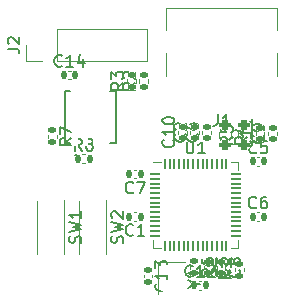
<source format=gbr>
%TF.GenerationSoftware,KiCad,Pcbnew,7.99.0-957-g18dd623122*%
%TF.CreationDate,2023-07-10T16:21:33-04:00*%
%TF.ProjectId,rp2040_base,72703230-3430-45f6-9261-73652e6b6963,rev?*%
%TF.SameCoordinates,Original*%
%TF.FileFunction,Legend,Top*%
%TF.FilePolarity,Positive*%
%FSLAX46Y46*%
G04 Gerber Fmt 4.6, Leading zero omitted, Abs format (unit mm)*
G04 Created by KiCad (PCBNEW 7.99.0-957-g18dd623122) date 2023-07-10 16:21:33*
%MOMM*%
%LPD*%
G01*
G04 APERTURE LIST*
G04 Aperture macros list*
%AMRoundRect*
0 Rectangle with rounded corners*
0 $1 Rounding radius*
0 $2 $3 $4 $5 $6 $7 $8 $9 X,Y pos of 4 corners*
0 Add a 4 corners polygon primitive as box body*
4,1,4,$2,$3,$4,$5,$6,$7,$8,$9,$2,$3,0*
0 Add four circle primitives for the rounded corners*
1,1,$1+$1,$2,$3*
1,1,$1+$1,$4,$5*
1,1,$1+$1,$6,$7*
1,1,$1+$1,$8,$9*
0 Add four rect primitives between the rounded corners*
20,1,$1+$1,$2,$3,$4,$5,0*
20,1,$1+$1,$4,$5,$6,$7,0*
20,1,$1+$1,$6,$7,$8,$9,0*
20,1,$1+$1,$8,$9,$2,$3,0*%
G04 Aperture macros list end*
%ADD10C,0.150000*%
%ADD11C,0.120000*%
%ADD12C,0.152400*%
%ADD13RoundRect,0.140000X0.170000X-0.140000X0.170000X0.140000X-0.170000X0.140000X-0.170000X-0.140000X0*%
%ADD14R,1.700000X1.700000*%
%ADD15O,1.700000X1.700000*%
%ADD16RoundRect,0.200000X0.275000X-0.200000X0.275000X0.200000X-0.275000X0.200000X-0.275000X-0.200000X0*%
%ADD17RoundRect,0.140000X-0.170000X0.140000X-0.170000X-0.140000X0.170000X-0.140000X0.170000X0.140000X0*%
%ADD18C,0.650000*%
%ADD19R,0.600000X1.450000*%
%ADD20R,0.300000X1.450000*%
%ADD21O,1.000000X2.100000*%
%ADD22O,1.000000X1.600000*%
%ADD23RoundRect,0.135000X0.185000X-0.135000X0.185000X0.135000X-0.185000X0.135000X-0.185000X-0.135000X0*%
%ADD24RoundRect,0.135000X-0.185000X0.135000X-0.185000X-0.135000X0.185000X-0.135000X0.185000X0.135000X0*%
%ADD25RoundRect,0.140000X-0.140000X-0.170000X0.140000X-0.170000X0.140000X0.170000X-0.140000X0.170000X0*%
%ADD26RoundRect,0.140000X0.140000X0.170000X-0.140000X0.170000X-0.140000X-0.170000X0.140000X-0.170000X0*%
%ADD27C,2.000000*%
%ADD28R,0.304800X0.863600*%
%ADD29R,3.098800X2.387600*%
%ADD30RoundRect,0.050000X-0.387500X-0.050000X0.387500X-0.050000X0.387500X0.050000X-0.387500X0.050000X0*%
%ADD31RoundRect,0.050000X-0.050000X-0.387500X0.050000X-0.387500X0.050000X0.387500X-0.050000X0.387500X0*%
%ADD32R,3.200000X3.200000*%
%ADD33RoundRect,0.135000X-0.135000X-0.185000X0.135000X-0.185000X0.135000X0.185000X-0.135000X0.185000X0*%
%ADD34R,0.800000X0.900000*%
%ADD35RoundRect,0.200000X-0.275000X0.200000X-0.275000X-0.200000X0.275000X-0.200000X0.275000X0.200000X0*%
G04 APERTURE END LIST*
D10*
%TO.C,C9*%
X147289380Y-88699666D02*
X147337000Y-88747285D01*
X147337000Y-88747285D02*
X147384619Y-88890142D01*
X147384619Y-88890142D02*
X147384619Y-88985380D01*
X147384619Y-88985380D02*
X147337000Y-89128237D01*
X147337000Y-89128237D02*
X147241761Y-89223475D01*
X147241761Y-89223475D02*
X147146523Y-89271094D01*
X147146523Y-89271094D02*
X146956047Y-89318713D01*
X146956047Y-89318713D02*
X146813190Y-89318713D01*
X146813190Y-89318713D02*
X146622714Y-89271094D01*
X146622714Y-89271094D02*
X146527476Y-89223475D01*
X146527476Y-89223475D02*
X146432238Y-89128237D01*
X146432238Y-89128237D02*
X146384619Y-88985380D01*
X146384619Y-88985380D02*
X146384619Y-88890142D01*
X146384619Y-88890142D02*
X146432238Y-88747285D01*
X146432238Y-88747285D02*
X146479857Y-88699666D01*
X147384619Y-88223475D02*
X147384619Y-88032999D01*
X147384619Y-88032999D02*
X147337000Y-87937761D01*
X147337000Y-87937761D02*
X147289380Y-87890142D01*
X147289380Y-87890142D02*
X147146523Y-87794904D01*
X147146523Y-87794904D02*
X146956047Y-87747285D01*
X146956047Y-87747285D02*
X146575095Y-87747285D01*
X146575095Y-87747285D02*
X146479857Y-87794904D01*
X146479857Y-87794904D02*
X146432238Y-87842523D01*
X146432238Y-87842523D02*
X146384619Y-87937761D01*
X146384619Y-87937761D02*
X146384619Y-88128237D01*
X146384619Y-88128237D02*
X146432238Y-88223475D01*
X146432238Y-88223475D02*
X146479857Y-88271094D01*
X146479857Y-88271094D02*
X146575095Y-88318713D01*
X146575095Y-88318713D02*
X146813190Y-88318713D01*
X146813190Y-88318713D02*
X146908428Y-88271094D01*
X146908428Y-88271094D02*
X146956047Y-88223475D01*
X146956047Y-88223475D02*
X147003666Y-88128237D01*
X147003666Y-88128237D02*
X147003666Y-87937761D01*
X147003666Y-87937761D02*
X146956047Y-87842523D01*
X146956047Y-87842523D02*
X146908428Y-87794904D01*
X146908428Y-87794904D02*
X146813190Y-87747285D01*
%TO.C,J2*%
X125656620Y-81359333D02*
X126370905Y-81359333D01*
X126370905Y-81359333D02*
X126513762Y-81406952D01*
X126513762Y-81406952D02*
X126609001Y-81502190D01*
X126609001Y-81502190D02*
X126656620Y-81645047D01*
X126656620Y-81645047D02*
X126656620Y-81740285D01*
X125751858Y-80930761D02*
X125704239Y-80883142D01*
X125704239Y-80883142D02*
X125656620Y-80787904D01*
X125656620Y-80787904D02*
X125656620Y-80549809D01*
X125656620Y-80549809D02*
X125704239Y-80454571D01*
X125704239Y-80454571D02*
X125751858Y-80406952D01*
X125751858Y-80406952D02*
X125847096Y-80359333D01*
X125847096Y-80359333D02*
X125942334Y-80359333D01*
X125942334Y-80359333D02*
X126085191Y-80406952D01*
X126085191Y-80406952D02*
X126656620Y-80978380D01*
X126656620Y-80978380D02*
X126656620Y-80359333D01*
%TO.C,R5*%
X144701619Y-88812665D02*
X144225428Y-89145998D01*
X144701619Y-89384093D02*
X143701619Y-89384093D01*
X143701619Y-89384093D02*
X143701619Y-89003141D01*
X143701619Y-89003141D02*
X143749238Y-88907903D01*
X143749238Y-88907903D02*
X143796857Y-88860284D01*
X143796857Y-88860284D02*
X143892095Y-88812665D01*
X143892095Y-88812665D02*
X144034952Y-88812665D01*
X144034952Y-88812665D02*
X144130190Y-88860284D01*
X144130190Y-88860284D02*
X144177809Y-88907903D01*
X144177809Y-88907903D02*
X144225428Y-89003141D01*
X144225428Y-89003141D02*
X144225428Y-89384093D01*
X143701619Y-87907903D02*
X143701619Y-88384093D01*
X143701619Y-88384093D02*
X144177809Y-88431712D01*
X144177809Y-88431712D02*
X144130190Y-88384093D01*
X144130190Y-88384093D02*
X144082571Y-88288855D01*
X144082571Y-88288855D02*
X144082571Y-88050760D01*
X144082571Y-88050760D02*
X144130190Y-87955522D01*
X144130190Y-87955522D02*
X144177809Y-87907903D01*
X144177809Y-87907903D02*
X144273047Y-87860284D01*
X144273047Y-87860284D02*
X144511142Y-87860284D01*
X144511142Y-87860284D02*
X144606380Y-87907903D01*
X144606380Y-87907903D02*
X144654000Y-87955522D01*
X144654000Y-87955522D02*
X144701619Y-88050760D01*
X144701619Y-88050760D02*
X144701619Y-88288855D01*
X144701619Y-88288855D02*
X144654000Y-88384093D01*
X144654000Y-88384093D02*
X144606380Y-88431712D01*
%TO.C,C13*%
X139054226Y-101237590D02*
X139101846Y-101285209D01*
X139101846Y-101285209D02*
X139149465Y-101428066D01*
X139149465Y-101428066D02*
X139149465Y-101523304D01*
X139149465Y-101523304D02*
X139101846Y-101666161D01*
X139101846Y-101666161D02*
X139006607Y-101761399D01*
X139006607Y-101761399D02*
X138911369Y-101809018D01*
X138911369Y-101809018D02*
X138720893Y-101856637D01*
X138720893Y-101856637D02*
X138578036Y-101856637D01*
X138578036Y-101856637D02*
X138387560Y-101809018D01*
X138387560Y-101809018D02*
X138292322Y-101761399D01*
X138292322Y-101761399D02*
X138197084Y-101666161D01*
X138197084Y-101666161D02*
X138149465Y-101523304D01*
X138149465Y-101523304D02*
X138149465Y-101428066D01*
X138149465Y-101428066D02*
X138197084Y-101285209D01*
X138197084Y-101285209D02*
X138244703Y-101237590D01*
X139149465Y-100285209D02*
X139149465Y-100856637D01*
X139149465Y-100570923D02*
X138149465Y-100570923D01*
X138149465Y-100570923D02*
X138292322Y-100666161D01*
X138292322Y-100666161D02*
X138387560Y-100761399D01*
X138387560Y-100761399D02*
X138435179Y-100856637D01*
X138149465Y-99951875D02*
X138149465Y-99332828D01*
X138149465Y-99332828D02*
X138530417Y-99666161D01*
X138530417Y-99666161D02*
X138530417Y-99523304D01*
X138530417Y-99523304D02*
X138578036Y-99428066D01*
X138578036Y-99428066D02*
X138625655Y-99380447D01*
X138625655Y-99380447D02*
X138720893Y-99332828D01*
X138720893Y-99332828D02*
X138958988Y-99332828D01*
X138958988Y-99332828D02*
X139054226Y-99380447D01*
X139054226Y-99380447D02*
X139101846Y-99428066D01*
X139101846Y-99428066D02*
X139149465Y-99523304D01*
X139149465Y-99523304D02*
X139149465Y-99809018D01*
X139149465Y-99809018D02*
X139101846Y-99904256D01*
X139101846Y-99904256D02*
X139054226Y-99951875D01*
%TO.C,C4*%
X141701380Y-88586666D02*
X141749000Y-88634285D01*
X141749000Y-88634285D02*
X141796619Y-88777142D01*
X141796619Y-88777142D02*
X141796619Y-88872380D01*
X141796619Y-88872380D02*
X141749000Y-89015237D01*
X141749000Y-89015237D02*
X141653761Y-89110475D01*
X141653761Y-89110475D02*
X141558523Y-89158094D01*
X141558523Y-89158094D02*
X141368047Y-89205713D01*
X141368047Y-89205713D02*
X141225190Y-89205713D01*
X141225190Y-89205713D02*
X141034714Y-89158094D01*
X141034714Y-89158094D02*
X140939476Y-89110475D01*
X140939476Y-89110475D02*
X140844238Y-89015237D01*
X140844238Y-89015237D02*
X140796619Y-88872380D01*
X140796619Y-88872380D02*
X140796619Y-88777142D01*
X140796619Y-88777142D02*
X140844238Y-88634285D01*
X140844238Y-88634285D02*
X140891857Y-88586666D01*
X141129952Y-87729523D02*
X141796619Y-87729523D01*
X140749000Y-87967618D02*
X141463285Y-88205713D01*
X141463285Y-88205713D02*
X141463285Y-87586666D01*
%TO.C,J1*%
X143430666Y-86895619D02*
X143430666Y-87609904D01*
X143430666Y-87609904D02*
X143383047Y-87752761D01*
X143383047Y-87752761D02*
X143287809Y-87848000D01*
X143287809Y-87848000D02*
X143144952Y-87895619D01*
X143144952Y-87895619D02*
X143049714Y-87895619D01*
X144430666Y-87895619D02*
X143859238Y-87895619D01*
X144144952Y-87895619D02*
X144144952Y-86895619D01*
X144144952Y-86895619D02*
X144049714Y-87038476D01*
X144049714Y-87038476D02*
X143954476Y-87133714D01*
X143954476Y-87133714D02*
X143859238Y-87181333D01*
%TO.C,C10*%
X139669380Y-89062857D02*
X139717000Y-89110476D01*
X139717000Y-89110476D02*
X139764619Y-89253333D01*
X139764619Y-89253333D02*
X139764619Y-89348571D01*
X139764619Y-89348571D02*
X139717000Y-89491428D01*
X139717000Y-89491428D02*
X139621761Y-89586666D01*
X139621761Y-89586666D02*
X139526523Y-89634285D01*
X139526523Y-89634285D02*
X139336047Y-89681904D01*
X139336047Y-89681904D02*
X139193190Y-89681904D01*
X139193190Y-89681904D02*
X139002714Y-89634285D01*
X139002714Y-89634285D02*
X138907476Y-89586666D01*
X138907476Y-89586666D02*
X138812238Y-89491428D01*
X138812238Y-89491428D02*
X138764619Y-89348571D01*
X138764619Y-89348571D02*
X138764619Y-89253333D01*
X138764619Y-89253333D02*
X138812238Y-89110476D01*
X138812238Y-89110476D02*
X138859857Y-89062857D01*
X139764619Y-88110476D02*
X139764619Y-88681904D01*
X139764619Y-88396190D02*
X138764619Y-88396190D01*
X138764619Y-88396190D02*
X138907476Y-88491428D01*
X138907476Y-88491428D02*
X139002714Y-88586666D01*
X139002714Y-88586666D02*
X139050333Y-88681904D01*
X138764619Y-87491428D02*
X138764619Y-87396190D01*
X138764619Y-87396190D02*
X138812238Y-87300952D01*
X138812238Y-87300952D02*
X138859857Y-87253333D01*
X138859857Y-87253333D02*
X138955095Y-87205714D01*
X138955095Y-87205714D02*
X139145571Y-87158095D01*
X139145571Y-87158095D02*
X139383666Y-87158095D01*
X139383666Y-87158095D02*
X139574142Y-87205714D01*
X139574142Y-87205714D02*
X139669380Y-87253333D01*
X139669380Y-87253333D02*
X139717000Y-87300952D01*
X139717000Y-87300952D02*
X139764619Y-87396190D01*
X139764619Y-87396190D02*
X139764619Y-87491428D01*
X139764619Y-87491428D02*
X139717000Y-87586666D01*
X139717000Y-87586666D02*
X139669380Y-87634285D01*
X139669380Y-87634285D02*
X139574142Y-87681904D01*
X139574142Y-87681904D02*
X139383666Y-87729523D01*
X139383666Y-87729523D02*
X139145571Y-87729523D01*
X139145571Y-87729523D02*
X138955095Y-87681904D01*
X138955095Y-87681904D02*
X138859857Y-87634285D01*
X138859857Y-87634285D02*
X138812238Y-87586666D01*
X138812238Y-87586666D02*
X138764619Y-87491428D01*
%TO.C,C11*%
X146211749Y-89175857D02*
X146259369Y-89223476D01*
X146259369Y-89223476D02*
X146306988Y-89366333D01*
X146306988Y-89366333D02*
X146306988Y-89461571D01*
X146306988Y-89461571D02*
X146259369Y-89604428D01*
X146259369Y-89604428D02*
X146164130Y-89699666D01*
X146164130Y-89699666D02*
X146068892Y-89747285D01*
X146068892Y-89747285D02*
X145878416Y-89794904D01*
X145878416Y-89794904D02*
X145735559Y-89794904D01*
X145735559Y-89794904D02*
X145545083Y-89747285D01*
X145545083Y-89747285D02*
X145449845Y-89699666D01*
X145449845Y-89699666D02*
X145354607Y-89604428D01*
X145354607Y-89604428D02*
X145306988Y-89461571D01*
X145306988Y-89461571D02*
X145306988Y-89366333D01*
X145306988Y-89366333D02*
X145354607Y-89223476D01*
X145354607Y-89223476D02*
X145402226Y-89175857D01*
X146306988Y-88223476D02*
X146306988Y-88794904D01*
X146306988Y-88509190D02*
X145306988Y-88509190D01*
X145306988Y-88509190D02*
X145449845Y-88604428D01*
X145449845Y-88604428D02*
X145545083Y-88699666D01*
X145545083Y-88699666D02*
X145592702Y-88794904D01*
X146306988Y-87271095D02*
X146306988Y-87842523D01*
X146306988Y-87556809D02*
X145306988Y-87556809D01*
X145306988Y-87556809D02*
X145449845Y-87652047D01*
X145449845Y-87652047D02*
X145545083Y-87747285D01*
X145545083Y-87747285D02*
X145592702Y-87842523D01*
%TO.C,R2*%
X136452619Y-84240666D02*
X135976428Y-84573999D01*
X136452619Y-84812094D02*
X135452619Y-84812094D01*
X135452619Y-84812094D02*
X135452619Y-84431142D01*
X135452619Y-84431142D02*
X135500238Y-84335904D01*
X135500238Y-84335904D02*
X135547857Y-84288285D01*
X135547857Y-84288285D02*
X135643095Y-84240666D01*
X135643095Y-84240666D02*
X135785952Y-84240666D01*
X135785952Y-84240666D02*
X135881190Y-84288285D01*
X135881190Y-84288285D02*
X135928809Y-84335904D01*
X135928809Y-84335904D02*
X135976428Y-84431142D01*
X135976428Y-84431142D02*
X135976428Y-84812094D01*
X135547857Y-83859713D02*
X135500238Y-83812094D01*
X135500238Y-83812094D02*
X135452619Y-83716856D01*
X135452619Y-83716856D02*
X135452619Y-83478761D01*
X135452619Y-83478761D02*
X135500238Y-83383523D01*
X135500238Y-83383523D02*
X135547857Y-83335904D01*
X135547857Y-83335904D02*
X135643095Y-83288285D01*
X135643095Y-83288285D02*
X135738333Y-83288285D01*
X135738333Y-83288285D02*
X135881190Y-83335904D01*
X135881190Y-83335904D02*
X136452619Y-83907332D01*
X136452619Y-83907332D02*
X136452619Y-83288285D01*
%TO.C,R6*%
X143081173Y-100021666D02*
X142604982Y-100354999D01*
X143081173Y-100593094D02*
X142081173Y-100593094D01*
X142081173Y-100593094D02*
X142081173Y-100212142D01*
X142081173Y-100212142D02*
X142128792Y-100116904D01*
X142128792Y-100116904D02*
X142176411Y-100069285D01*
X142176411Y-100069285D02*
X142271649Y-100021666D01*
X142271649Y-100021666D02*
X142414506Y-100021666D01*
X142414506Y-100021666D02*
X142509744Y-100069285D01*
X142509744Y-100069285D02*
X142557363Y-100116904D01*
X142557363Y-100116904D02*
X142604982Y-100212142D01*
X142604982Y-100212142D02*
X142604982Y-100593094D01*
X142081173Y-99164523D02*
X142081173Y-99354999D01*
X142081173Y-99354999D02*
X142128792Y-99450237D01*
X142128792Y-99450237D02*
X142176411Y-99497856D01*
X142176411Y-99497856D02*
X142319268Y-99593094D01*
X142319268Y-99593094D02*
X142509744Y-99640713D01*
X142509744Y-99640713D02*
X142890696Y-99640713D01*
X142890696Y-99640713D02*
X142985934Y-99593094D01*
X142985934Y-99593094D02*
X143033554Y-99545475D01*
X143033554Y-99545475D02*
X143081173Y-99450237D01*
X143081173Y-99450237D02*
X143081173Y-99259761D01*
X143081173Y-99259761D02*
X143033554Y-99164523D01*
X143033554Y-99164523D02*
X142985934Y-99116904D01*
X142985934Y-99116904D02*
X142890696Y-99069285D01*
X142890696Y-99069285D02*
X142652601Y-99069285D01*
X142652601Y-99069285D02*
X142557363Y-99116904D01*
X142557363Y-99116904D02*
X142509744Y-99164523D01*
X142509744Y-99164523D02*
X142462125Y-99259761D01*
X142462125Y-99259761D02*
X142462125Y-99450237D01*
X142462125Y-99450237D02*
X142509744Y-99545475D01*
X142509744Y-99545475D02*
X142557363Y-99593094D01*
X142557363Y-99593094D02*
X142652601Y-99640713D01*
%TO.C,C12*%
X141311642Y-100586380D02*
X141264023Y-100634000D01*
X141264023Y-100634000D02*
X141121166Y-100681619D01*
X141121166Y-100681619D02*
X141025928Y-100681619D01*
X141025928Y-100681619D02*
X140883071Y-100634000D01*
X140883071Y-100634000D02*
X140787833Y-100538761D01*
X140787833Y-100538761D02*
X140740214Y-100443523D01*
X140740214Y-100443523D02*
X140692595Y-100253047D01*
X140692595Y-100253047D02*
X140692595Y-100110190D01*
X140692595Y-100110190D02*
X140740214Y-99919714D01*
X140740214Y-99919714D02*
X140787833Y-99824476D01*
X140787833Y-99824476D02*
X140883071Y-99729238D01*
X140883071Y-99729238D02*
X141025928Y-99681619D01*
X141025928Y-99681619D02*
X141121166Y-99681619D01*
X141121166Y-99681619D02*
X141264023Y-99729238D01*
X141264023Y-99729238D02*
X141311642Y-99776857D01*
X142264023Y-100681619D02*
X141692595Y-100681619D01*
X141978309Y-100681619D02*
X141978309Y-99681619D01*
X141978309Y-99681619D02*
X141883071Y-99824476D01*
X141883071Y-99824476D02*
X141787833Y-99919714D01*
X141787833Y-99919714D02*
X141692595Y-99967333D01*
X142644976Y-99776857D02*
X142692595Y-99729238D01*
X142692595Y-99729238D02*
X142787833Y-99681619D01*
X142787833Y-99681619D02*
X143025928Y-99681619D01*
X143025928Y-99681619D02*
X143121166Y-99729238D01*
X143121166Y-99729238D02*
X143168785Y-99776857D01*
X143168785Y-99776857D02*
X143216404Y-99872095D01*
X143216404Y-99872095D02*
X143216404Y-99967333D01*
X143216404Y-99967333D02*
X143168785Y-100110190D01*
X143168785Y-100110190D02*
X142597357Y-100681619D01*
X142597357Y-100681619D02*
X143216404Y-100681619D01*
%TO.C,C7*%
X136282549Y-93501066D02*
X136234930Y-93548686D01*
X136234930Y-93548686D02*
X136092073Y-93596305D01*
X136092073Y-93596305D02*
X135996835Y-93596305D01*
X135996835Y-93596305D02*
X135853978Y-93548686D01*
X135853978Y-93548686D02*
X135758740Y-93453447D01*
X135758740Y-93453447D02*
X135711121Y-93358209D01*
X135711121Y-93358209D02*
X135663502Y-93167733D01*
X135663502Y-93167733D02*
X135663502Y-93024876D01*
X135663502Y-93024876D02*
X135711121Y-92834400D01*
X135711121Y-92834400D02*
X135758740Y-92739162D01*
X135758740Y-92739162D02*
X135853978Y-92643924D01*
X135853978Y-92643924D02*
X135996835Y-92596305D01*
X135996835Y-92596305D02*
X136092073Y-92596305D01*
X136092073Y-92596305D02*
X136234930Y-92643924D01*
X136234930Y-92643924D02*
X136282549Y-92691543D01*
X136615883Y-92596305D02*
X137282549Y-92596305D01*
X137282549Y-92596305D02*
X136853978Y-93596305D01*
%TO.C,C3*%
X144182249Y-100042979D02*
X144229869Y-100090598D01*
X144229869Y-100090598D02*
X144277488Y-100233455D01*
X144277488Y-100233455D02*
X144277488Y-100328693D01*
X144277488Y-100328693D02*
X144229869Y-100471550D01*
X144229869Y-100471550D02*
X144134630Y-100566788D01*
X144134630Y-100566788D02*
X144039392Y-100614407D01*
X144039392Y-100614407D02*
X143848916Y-100662026D01*
X143848916Y-100662026D02*
X143706059Y-100662026D01*
X143706059Y-100662026D02*
X143515583Y-100614407D01*
X143515583Y-100614407D02*
X143420345Y-100566788D01*
X143420345Y-100566788D02*
X143325107Y-100471550D01*
X143325107Y-100471550D02*
X143277488Y-100328693D01*
X143277488Y-100328693D02*
X143277488Y-100233455D01*
X143277488Y-100233455D02*
X143325107Y-100090598D01*
X143325107Y-100090598D02*
X143372726Y-100042979D01*
X143277488Y-99709645D02*
X143277488Y-99090598D01*
X143277488Y-99090598D02*
X143658440Y-99423931D01*
X143658440Y-99423931D02*
X143658440Y-99281074D01*
X143658440Y-99281074D02*
X143706059Y-99185836D01*
X143706059Y-99185836D02*
X143753678Y-99138217D01*
X143753678Y-99138217D02*
X143848916Y-99090598D01*
X143848916Y-99090598D02*
X144087011Y-99090598D01*
X144087011Y-99090598D02*
X144182249Y-99138217D01*
X144182249Y-99138217D02*
X144229869Y-99185836D01*
X144229869Y-99185836D02*
X144277488Y-99281074D01*
X144277488Y-99281074D02*
X144277488Y-99566788D01*
X144277488Y-99566788D02*
X144229869Y-99662026D01*
X144229869Y-99662026D02*
X144182249Y-99709645D01*
%TO.C,R3*%
X135436619Y-84240666D02*
X134960428Y-84573999D01*
X135436619Y-84812094D02*
X134436619Y-84812094D01*
X134436619Y-84812094D02*
X134436619Y-84431142D01*
X134436619Y-84431142D02*
X134484238Y-84335904D01*
X134484238Y-84335904D02*
X134531857Y-84288285D01*
X134531857Y-84288285D02*
X134627095Y-84240666D01*
X134627095Y-84240666D02*
X134769952Y-84240666D01*
X134769952Y-84240666D02*
X134865190Y-84288285D01*
X134865190Y-84288285D02*
X134912809Y-84335904D01*
X134912809Y-84335904D02*
X134960428Y-84431142D01*
X134960428Y-84431142D02*
X134960428Y-84812094D01*
X134436619Y-83907332D02*
X134436619Y-83288285D01*
X134436619Y-83288285D02*
X134817571Y-83621618D01*
X134817571Y-83621618D02*
X134817571Y-83478761D01*
X134817571Y-83478761D02*
X134865190Y-83383523D01*
X134865190Y-83383523D02*
X134912809Y-83335904D01*
X134912809Y-83335904D02*
X135008047Y-83288285D01*
X135008047Y-83288285D02*
X135246142Y-83288285D01*
X135246142Y-83288285D02*
X135341380Y-83335904D01*
X135341380Y-83335904D02*
X135389000Y-83383523D01*
X135389000Y-83383523D02*
X135436619Y-83478761D01*
X135436619Y-83478761D02*
X135436619Y-83764475D01*
X135436619Y-83764475D02*
X135389000Y-83859713D01*
X135389000Y-83859713D02*
X135341380Y-83907332D01*
%TO.C,SW1*%
X131828000Y-97778332D02*
X131875619Y-97635475D01*
X131875619Y-97635475D02*
X131875619Y-97397380D01*
X131875619Y-97397380D02*
X131828000Y-97302142D01*
X131828000Y-97302142D02*
X131780380Y-97254523D01*
X131780380Y-97254523D02*
X131685142Y-97206904D01*
X131685142Y-97206904D02*
X131589904Y-97206904D01*
X131589904Y-97206904D02*
X131494666Y-97254523D01*
X131494666Y-97254523D02*
X131447047Y-97302142D01*
X131447047Y-97302142D02*
X131399428Y-97397380D01*
X131399428Y-97397380D02*
X131351809Y-97587856D01*
X131351809Y-97587856D02*
X131304190Y-97683094D01*
X131304190Y-97683094D02*
X131256571Y-97730713D01*
X131256571Y-97730713D02*
X131161333Y-97778332D01*
X131161333Y-97778332D02*
X131066095Y-97778332D01*
X131066095Y-97778332D02*
X130970857Y-97730713D01*
X130970857Y-97730713D02*
X130923238Y-97683094D01*
X130923238Y-97683094D02*
X130875619Y-97587856D01*
X130875619Y-97587856D02*
X130875619Y-97349761D01*
X130875619Y-97349761D02*
X130923238Y-97206904D01*
X130875619Y-96873570D02*
X131875619Y-96635475D01*
X131875619Y-96635475D02*
X131161333Y-96444999D01*
X131161333Y-96444999D02*
X131875619Y-96254523D01*
X131875619Y-96254523D02*
X130875619Y-96016428D01*
X131875619Y-95111666D02*
X131875619Y-95683094D01*
X131875619Y-95397380D02*
X130875619Y-95397380D01*
X130875619Y-95397380D02*
X131018476Y-95492618D01*
X131018476Y-95492618D02*
X131113714Y-95587856D01*
X131113714Y-95587856D02*
X131161333Y-95683094D01*
%TO.C,C14*%
X130236992Y-82773380D02*
X130189373Y-82821000D01*
X130189373Y-82821000D02*
X130046516Y-82868619D01*
X130046516Y-82868619D02*
X129951278Y-82868619D01*
X129951278Y-82868619D02*
X129808421Y-82821000D01*
X129808421Y-82821000D02*
X129713183Y-82725761D01*
X129713183Y-82725761D02*
X129665564Y-82630523D01*
X129665564Y-82630523D02*
X129617945Y-82440047D01*
X129617945Y-82440047D02*
X129617945Y-82297190D01*
X129617945Y-82297190D02*
X129665564Y-82106714D01*
X129665564Y-82106714D02*
X129713183Y-82011476D01*
X129713183Y-82011476D02*
X129808421Y-81916238D01*
X129808421Y-81916238D02*
X129951278Y-81868619D01*
X129951278Y-81868619D02*
X130046516Y-81868619D01*
X130046516Y-81868619D02*
X130189373Y-81916238D01*
X130189373Y-81916238D02*
X130236992Y-81963857D01*
X131189373Y-82868619D02*
X130617945Y-82868619D01*
X130903659Y-82868619D02*
X130903659Y-81868619D01*
X130903659Y-81868619D02*
X130808421Y-82011476D01*
X130808421Y-82011476D02*
X130713183Y-82106714D01*
X130713183Y-82106714D02*
X130617945Y-82154333D01*
X132046516Y-82201952D02*
X132046516Y-82868619D01*
X131808421Y-81821000D02*
X131570326Y-82535285D01*
X131570326Y-82535285D02*
X132189373Y-82535285D01*
%TO.C,U2*%
X132120469Y-87883904D02*
X132929992Y-87883904D01*
X132929992Y-87883904D02*
X133025230Y-87836285D01*
X133025230Y-87836285D02*
X133072850Y-87788666D01*
X133072850Y-87788666D02*
X133120469Y-87693428D01*
X133120469Y-87693428D02*
X133120469Y-87502952D01*
X133120469Y-87502952D02*
X133072850Y-87407714D01*
X133072850Y-87407714D02*
X133025230Y-87360095D01*
X133025230Y-87360095D02*
X132929992Y-87312476D01*
X132929992Y-87312476D02*
X132120469Y-87312476D01*
X132215707Y-86883904D02*
X132168088Y-86836285D01*
X132168088Y-86836285D02*
X132120469Y-86741047D01*
X132120469Y-86741047D02*
X132120469Y-86502952D01*
X132120469Y-86502952D02*
X132168088Y-86407714D01*
X132168088Y-86407714D02*
X132215707Y-86360095D01*
X132215707Y-86360095D02*
X132310945Y-86312476D01*
X132310945Y-86312476D02*
X132406183Y-86312476D01*
X132406183Y-86312476D02*
X132549040Y-86360095D01*
X132549040Y-86360095D02*
X133120469Y-86931523D01*
X133120469Y-86931523D02*
X133120469Y-86312476D01*
%TO.C,R7*%
X131045619Y-88939666D02*
X130569428Y-89272999D01*
X131045619Y-89511094D02*
X130045619Y-89511094D01*
X130045619Y-89511094D02*
X130045619Y-89130142D01*
X130045619Y-89130142D02*
X130093238Y-89034904D01*
X130093238Y-89034904D02*
X130140857Y-88987285D01*
X130140857Y-88987285D02*
X130236095Y-88939666D01*
X130236095Y-88939666D02*
X130378952Y-88939666D01*
X130378952Y-88939666D02*
X130474190Y-88987285D01*
X130474190Y-88987285D02*
X130521809Y-89034904D01*
X130521809Y-89034904D02*
X130569428Y-89130142D01*
X130569428Y-89130142D02*
X130569428Y-89511094D01*
X130045619Y-88606332D02*
X130045619Y-87939666D01*
X130045619Y-87939666D02*
X131045619Y-88368237D01*
%TO.C,U1*%
X140803095Y-89217619D02*
X140803095Y-90027142D01*
X140803095Y-90027142D02*
X140850714Y-90122380D01*
X140850714Y-90122380D02*
X140898333Y-90170000D01*
X140898333Y-90170000D02*
X140993571Y-90217619D01*
X140993571Y-90217619D02*
X141184047Y-90217619D01*
X141184047Y-90217619D02*
X141279285Y-90170000D01*
X141279285Y-90170000D02*
X141326904Y-90122380D01*
X141326904Y-90122380D02*
X141374523Y-90027142D01*
X141374523Y-90027142D02*
X141374523Y-89217619D01*
X142374523Y-90217619D02*
X141803095Y-90217619D01*
X142088809Y-90217619D02*
X142088809Y-89217619D01*
X142088809Y-89217619D02*
X141993571Y-89360476D01*
X141993571Y-89360476D02*
X141898333Y-89455714D01*
X141898333Y-89455714D02*
X141803095Y-89503333D01*
%TO.C,C2*%
X140685380Y-88586666D02*
X140733000Y-88634285D01*
X140733000Y-88634285D02*
X140780619Y-88777142D01*
X140780619Y-88777142D02*
X140780619Y-88872380D01*
X140780619Y-88872380D02*
X140733000Y-89015237D01*
X140733000Y-89015237D02*
X140637761Y-89110475D01*
X140637761Y-89110475D02*
X140542523Y-89158094D01*
X140542523Y-89158094D02*
X140352047Y-89205713D01*
X140352047Y-89205713D02*
X140209190Y-89205713D01*
X140209190Y-89205713D02*
X140018714Y-89158094D01*
X140018714Y-89158094D02*
X139923476Y-89110475D01*
X139923476Y-89110475D02*
X139828238Y-89015237D01*
X139828238Y-89015237D02*
X139780619Y-88872380D01*
X139780619Y-88872380D02*
X139780619Y-88777142D01*
X139780619Y-88777142D02*
X139828238Y-88634285D01*
X139828238Y-88634285D02*
X139875857Y-88586666D01*
X139875857Y-88205713D02*
X139828238Y-88158094D01*
X139828238Y-88158094D02*
X139780619Y-88062856D01*
X139780619Y-88062856D02*
X139780619Y-87824761D01*
X139780619Y-87824761D02*
X139828238Y-87729523D01*
X139828238Y-87729523D02*
X139875857Y-87681904D01*
X139875857Y-87681904D02*
X139971095Y-87634285D01*
X139971095Y-87634285D02*
X140066333Y-87634285D01*
X140066333Y-87634285D02*
X140209190Y-87681904D01*
X140209190Y-87681904D02*
X140780619Y-88253332D01*
X140780619Y-88253332D02*
X140780619Y-87634285D01*
%TO.C,C6*%
X146699646Y-94773170D02*
X146652027Y-94820790D01*
X146652027Y-94820790D02*
X146509170Y-94868409D01*
X146509170Y-94868409D02*
X146413932Y-94868409D01*
X146413932Y-94868409D02*
X146271075Y-94820790D01*
X146271075Y-94820790D02*
X146175837Y-94725551D01*
X146175837Y-94725551D02*
X146128218Y-94630313D01*
X146128218Y-94630313D02*
X146080599Y-94439837D01*
X146080599Y-94439837D02*
X146080599Y-94296980D01*
X146080599Y-94296980D02*
X146128218Y-94106504D01*
X146128218Y-94106504D02*
X146175837Y-94011266D01*
X146175837Y-94011266D02*
X146271075Y-93916028D01*
X146271075Y-93916028D02*
X146413932Y-93868409D01*
X146413932Y-93868409D02*
X146509170Y-93868409D01*
X146509170Y-93868409D02*
X146652027Y-93916028D01*
X146652027Y-93916028D02*
X146699646Y-93963647D01*
X147556789Y-93868409D02*
X147366313Y-93868409D01*
X147366313Y-93868409D02*
X147271075Y-93916028D01*
X147271075Y-93916028D02*
X147223456Y-93963647D01*
X147223456Y-93963647D02*
X147128218Y-94106504D01*
X147128218Y-94106504D02*
X147080599Y-94296980D01*
X147080599Y-94296980D02*
X147080599Y-94677932D01*
X147080599Y-94677932D02*
X147128218Y-94773170D01*
X147128218Y-94773170D02*
X147175837Y-94820790D01*
X147175837Y-94820790D02*
X147271075Y-94868409D01*
X147271075Y-94868409D02*
X147461551Y-94868409D01*
X147461551Y-94868409D02*
X147556789Y-94820790D01*
X147556789Y-94820790D02*
X147604408Y-94773170D01*
X147604408Y-94773170D02*
X147652027Y-94677932D01*
X147652027Y-94677932D02*
X147652027Y-94439837D01*
X147652027Y-94439837D02*
X147604408Y-94344599D01*
X147604408Y-94344599D02*
X147556789Y-94296980D01*
X147556789Y-94296980D02*
X147461551Y-94249361D01*
X147461551Y-94249361D02*
X147271075Y-94249361D01*
X147271075Y-94249361D02*
X147175837Y-94296980D01*
X147175837Y-94296980D02*
X147128218Y-94344599D01*
X147128218Y-94344599D02*
X147080599Y-94439837D01*
%TO.C,R8*%
X131913333Y-89970619D02*
X131580000Y-89494428D01*
X131341905Y-89970619D02*
X131341905Y-88970619D01*
X131341905Y-88970619D02*
X131722857Y-88970619D01*
X131722857Y-88970619D02*
X131818095Y-89018238D01*
X131818095Y-89018238D02*
X131865714Y-89065857D01*
X131865714Y-89065857D02*
X131913333Y-89161095D01*
X131913333Y-89161095D02*
X131913333Y-89303952D01*
X131913333Y-89303952D02*
X131865714Y-89399190D01*
X131865714Y-89399190D02*
X131818095Y-89446809D01*
X131818095Y-89446809D02*
X131722857Y-89494428D01*
X131722857Y-89494428D02*
X131341905Y-89494428D01*
X132484762Y-89399190D02*
X132389524Y-89351571D01*
X132389524Y-89351571D02*
X132341905Y-89303952D01*
X132341905Y-89303952D02*
X132294286Y-89208714D01*
X132294286Y-89208714D02*
X132294286Y-89161095D01*
X132294286Y-89161095D02*
X132341905Y-89065857D01*
X132341905Y-89065857D02*
X132389524Y-89018238D01*
X132389524Y-89018238D02*
X132484762Y-88970619D01*
X132484762Y-88970619D02*
X132675238Y-88970619D01*
X132675238Y-88970619D02*
X132770476Y-89018238D01*
X132770476Y-89018238D02*
X132818095Y-89065857D01*
X132818095Y-89065857D02*
X132865714Y-89161095D01*
X132865714Y-89161095D02*
X132865714Y-89208714D01*
X132865714Y-89208714D02*
X132818095Y-89303952D01*
X132818095Y-89303952D02*
X132770476Y-89351571D01*
X132770476Y-89351571D02*
X132675238Y-89399190D01*
X132675238Y-89399190D02*
X132484762Y-89399190D01*
X132484762Y-89399190D02*
X132389524Y-89446809D01*
X132389524Y-89446809D02*
X132341905Y-89494428D01*
X132341905Y-89494428D02*
X132294286Y-89589666D01*
X132294286Y-89589666D02*
X132294286Y-89780142D01*
X132294286Y-89780142D02*
X132341905Y-89875380D01*
X132341905Y-89875380D02*
X132389524Y-89923000D01*
X132389524Y-89923000D02*
X132484762Y-89970619D01*
X132484762Y-89970619D02*
X132675238Y-89970619D01*
X132675238Y-89970619D02*
X132770476Y-89923000D01*
X132770476Y-89923000D02*
X132818095Y-89875380D01*
X132818095Y-89875380D02*
X132865714Y-89780142D01*
X132865714Y-89780142D02*
X132865714Y-89589666D01*
X132865714Y-89589666D02*
X132818095Y-89494428D01*
X132818095Y-89494428D02*
X132770476Y-89446809D01*
X132770476Y-89446809D02*
X132675238Y-89399190D01*
%TO.C,C5*%
X146699646Y-90103436D02*
X146652027Y-90151056D01*
X146652027Y-90151056D02*
X146509170Y-90198675D01*
X146509170Y-90198675D02*
X146413932Y-90198675D01*
X146413932Y-90198675D02*
X146271075Y-90151056D01*
X146271075Y-90151056D02*
X146175837Y-90055817D01*
X146175837Y-90055817D02*
X146128218Y-89960579D01*
X146128218Y-89960579D02*
X146080599Y-89770103D01*
X146080599Y-89770103D02*
X146080599Y-89627246D01*
X146080599Y-89627246D02*
X146128218Y-89436770D01*
X146128218Y-89436770D02*
X146175837Y-89341532D01*
X146175837Y-89341532D02*
X146271075Y-89246294D01*
X146271075Y-89246294D02*
X146413932Y-89198675D01*
X146413932Y-89198675D02*
X146509170Y-89198675D01*
X146509170Y-89198675D02*
X146652027Y-89246294D01*
X146652027Y-89246294D02*
X146699646Y-89293913D01*
X147604408Y-89198675D02*
X147128218Y-89198675D01*
X147128218Y-89198675D02*
X147080599Y-89674865D01*
X147080599Y-89674865D02*
X147128218Y-89627246D01*
X147128218Y-89627246D02*
X147223456Y-89579627D01*
X147223456Y-89579627D02*
X147461551Y-89579627D01*
X147461551Y-89579627D02*
X147556789Y-89627246D01*
X147556789Y-89627246D02*
X147604408Y-89674865D01*
X147604408Y-89674865D02*
X147652027Y-89770103D01*
X147652027Y-89770103D02*
X147652027Y-90008198D01*
X147652027Y-90008198D02*
X147604408Y-90103436D01*
X147604408Y-90103436D02*
X147556789Y-90151056D01*
X147556789Y-90151056D02*
X147461551Y-90198675D01*
X147461551Y-90198675D02*
X147223456Y-90198675D01*
X147223456Y-90198675D02*
X147128218Y-90151056D01*
X147128218Y-90151056D02*
X147080599Y-90103436D01*
%TO.C,C1*%
X136282549Y-97093170D02*
X136234930Y-97140790D01*
X136234930Y-97140790D02*
X136092073Y-97188409D01*
X136092073Y-97188409D02*
X135996835Y-97188409D01*
X135996835Y-97188409D02*
X135853978Y-97140790D01*
X135853978Y-97140790D02*
X135758740Y-97045551D01*
X135758740Y-97045551D02*
X135711121Y-96950313D01*
X135711121Y-96950313D02*
X135663502Y-96759837D01*
X135663502Y-96759837D02*
X135663502Y-96616980D01*
X135663502Y-96616980D02*
X135711121Y-96426504D01*
X135711121Y-96426504D02*
X135758740Y-96331266D01*
X135758740Y-96331266D02*
X135853978Y-96236028D01*
X135853978Y-96236028D02*
X135996835Y-96188409D01*
X135996835Y-96188409D02*
X136092073Y-96188409D01*
X136092073Y-96188409D02*
X136234930Y-96236028D01*
X136234930Y-96236028D02*
X136282549Y-96283647D01*
X137234930Y-97188409D02*
X136663502Y-97188409D01*
X136949216Y-97188409D02*
X136949216Y-96188409D01*
X136949216Y-96188409D02*
X136853978Y-96331266D01*
X136853978Y-96331266D02*
X136758740Y-96426504D01*
X136758740Y-96426504D02*
X136663502Y-96474123D01*
%TO.C,C8*%
X145259880Y-100042979D02*
X145307500Y-100090598D01*
X145307500Y-100090598D02*
X145355119Y-100233455D01*
X145355119Y-100233455D02*
X145355119Y-100328693D01*
X145355119Y-100328693D02*
X145307500Y-100471550D01*
X145307500Y-100471550D02*
X145212261Y-100566788D01*
X145212261Y-100566788D02*
X145117023Y-100614407D01*
X145117023Y-100614407D02*
X144926547Y-100662026D01*
X144926547Y-100662026D02*
X144783690Y-100662026D01*
X144783690Y-100662026D02*
X144593214Y-100614407D01*
X144593214Y-100614407D02*
X144497976Y-100566788D01*
X144497976Y-100566788D02*
X144402738Y-100471550D01*
X144402738Y-100471550D02*
X144355119Y-100328693D01*
X144355119Y-100328693D02*
X144355119Y-100233455D01*
X144355119Y-100233455D02*
X144402738Y-100090598D01*
X144402738Y-100090598D02*
X144450357Y-100042979D01*
X144783690Y-99471550D02*
X144736071Y-99566788D01*
X144736071Y-99566788D02*
X144688452Y-99614407D01*
X144688452Y-99614407D02*
X144593214Y-99662026D01*
X144593214Y-99662026D02*
X144545595Y-99662026D01*
X144545595Y-99662026D02*
X144450357Y-99614407D01*
X144450357Y-99614407D02*
X144402738Y-99566788D01*
X144402738Y-99566788D02*
X144355119Y-99471550D01*
X144355119Y-99471550D02*
X144355119Y-99281074D01*
X144355119Y-99281074D02*
X144402738Y-99185836D01*
X144402738Y-99185836D02*
X144450357Y-99138217D01*
X144450357Y-99138217D02*
X144545595Y-99090598D01*
X144545595Y-99090598D02*
X144593214Y-99090598D01*
X144593214Y-99090598D02*
X144688452Y-99138217D01*
X144688452Y-99138217D02*
X144736071Y-99185836D01*
X144736071Y-99185836D02*
X144783690Y-99281074D01*
X144783690Y-99281074D02*
X144783690Y-99471550D01*
X144783690Y-99471550D02*
X144831309Y-99566788D01*
X144831309Y-99566788D02*
X144878928Y-99614407D01*
X144878928Y-99614407D02*
X144974166Y-99662026D01*
X144974166Y-99662026D02*
X145164642Y-99662026D01*
X145164642Y-99662026D02*
X145259880Y-99614407D01*
X145259880Y-99614407D02*
X145307500Y-99566788D01*
X145307500Y-99566788D02*
X145355119Y-99471550D01*
X145355119Y-99471550D02*
X145355119Y-99281074D01*
X145355119Y-99281074D02*
X145307500Y-99185836D01*
X145307500Y-99185836D02*
X145259880Y-99138217D01*
X145259880Y-99138217D02*
X145164642Y-99090598D01*
X145164642Y-99090598D02*
X144974166Y-99090598D01*
X144974166Y-99090598D02*
X144878928Y-99138217D01*
X144878928Y-99138217D02*
X144831309Y-99185836D01*
X144831309Y-99185836D02*
X144783690Y-99281074D01*
%TO.C,Y1*%
X141488932Y-101250527D02*
X141965123Y-101250527D01*
X140965123Y-101583860D02*
X141488932Y-101250527D01*
X141488932Y-101250527D02*
X140965123Y-100917194D01*
X141965123Y-100060051D02*
X141965123Y-100631479D01*
X141965123Y-100345765D02*
X140965123Y-100345765D01*
X140965123Y-100345765D02*
X141107980Y-100441003D01*
X141107980Y-100441003D02*
X141203218Y-100536241D01*
X141203218Y-100536241D02*
X141250837Y-100631479D01*
%TO.C,SW2*%
X135384000Y-97778332D02*
X135431619Y-97635475D01*
X135431619Y-97635475D02*
X135431619Y-97397380D01*
X135431619Y-97397380D02*
X135384000Y-97302142D01*
X135384000Y-97302142D02*
X135336380Y-97254523D01*
X135336380Y-97254523D02*
X135241142Y-97206904D01*
X135241142Y-97206904D02*
X135145904Y-97206904D01*
X135145904Y-97206904D02*
X135050666Y-97254523D01*
X135050666Y-97254523D02*
X135003047Y-97302142D01*
X135003047Y-97302142D02*
X134955428Y-97397380D01*
X134955428Y-97397380D02*
X134907809Y-97587856D01*
X134907809Y-97587856D02*
X134860190Y-97683094D01*
X134860190Y-97683094D02*
X134812571Y-97730713D01*
X134812571Y-97730713D02*
X134717333Y-97778332D01*
X134717333Y-97778332D02*
X134622095Y-97778332D01*
X134622095Y-97778332D02*
X134526857Y-97730713D01*
X134526857Y-97730713D02*
X134479238Y-97683094D01*
X134479238Y-97683094D02*
X134431619Y-97587856D01*
X134431619Y-97587856D02*
X134431619Y-97349761D01*
X134431619Y-97349761D02*
X134479238Y-97206904D01*
X134431619Y-96873570D02*
X135431619Y-96635475D01*
X135431619Y-96635475D02*
X134717333Y-96444999D01*
X134717333Y-96444999D02*
X135431619Y-96254523D01*
X135431619Y-96254523D02*
X134431619Y-96016428D01*
X134526857Y-95683094D02*
X134479238Y-95635475D01*
X134479238Y-95635475D02*
X134431619Y-95540237D01*
X134431619Y-95540237D02*
X134431619Y-95302142D01*
X134431619Y-95302142D02*
X134479238Y-95206904D01*
X134479238Y-95206904D02*
X134526857Y-95159285D01*
X134526857Y-95159285D02*
X134622095Y-95111666D01*
X134622095Y-95111666D02*
X134717333Y-95111666D01*
X134717333Y-95111666D02*
X134860190Y-95159285D01*
X134860190Y-95159285D02*
X135431619Y-95730713D01*
X135431619Y-95730713D02*
X135431619Y-95111666D01*
%TO.C,R1*%
X144542486Y-100222584D02*
X144066295Y-100555917D01*
X144542486Y-100794012D02*
X143542486Y-100794012D01*
X143542486Y-100794012D02*
X143542486Y-100413060D01*
X143542486Y-100413060D02*
X143590105Y-100317822D01*
X143590105Y-100317822D02*
X143637724Y-100270203D01*
X143637724Y-100270203D02*
X143732962Y-100222584D01*
X143732962Y-100222584D02*
X143875819Y-100222584D01*
X143875819Y-100222584D02*
X143971057Y-100270203D01*
X143971057Y-100270203D02*
X144018676Y-100317822D01*
X144018676Y-100317822D02*
X144066295Y-100413060D01*
X144066295Y-100413060D02*
X144066295Y-100794012D01*
X144542486Y-99270203D02*
X144542486Y-99841631D01*
X144542486Y-99555917D02*
X143542486Y-99555917D01*
X143542486Y-99555917D02*
X143685343Y-99651155D01*
X143685343Y-99651155D02*
X143780581Y-99746393D01*
X143780581Y-99746393D02*
X143828200Y-99841631D01*
%TO.C,R4*%
X145942119Y-88812666D02*
X145465928Y-89145999D01*
X145942119Y-89384094D02*
X144942119Y-89384094D01*
X144942119Y-89384094D02*
X144942119Y-89003142D01*
X144942119Y-89003142D02*
X144989738Y-88907904D01*
X144989738Y-88907904D02*
X145037357Y-88860285D01*
X145037357Y-88860285D02*
X145132595Y-88812666D01*
X145132595Y-88812666D02*
X145275452Y-88812666D01*
X145275452Y-88812666D02*
X145370690Y-88860285D01*
X145370690Y-88860285D02*
X145418309Y-88907904D01*
X145418309Y-88907904D02*
X145465928Y-89003142D01*
X145465928Y-89003142D02*
X145465928Y-89384094D01*
X145275452Y-87955523D02*
X145942119Y-87955523D01*
X144894500Y-88193618D02*
X145608785Y-88431713D01*
X145608785Y-88431713D02*
X145608785Y-87812666D01*
D11*
%TO.C,C9*%
X147722000Y-88640836D02*
X147722000Y-88425164D01*
X148442000Y-88640836D02*
X148442000Y-88425164D01*
%TO.C,J2*%
X127194001Y-82356000D02*
X127194001Y-81026000D01*
X128524001Y-82356000D02*
X127194001Y-82356000D01*
X129794002Y-79696000D02*
X137474001Y-79696000D01*
X129794002Y-82356000D02*
X129794002Y-79696000D01*
X129794002Y-82356000D02*
X137474001Y-82356000D01*
X137474001Y-82356000D02*
X137474001Y-79696000D01*
%TO.C,R5*%
X145146500Y-88883257D02*
X145146500Y-88408741D01*
X146191500Y-88883257D02*
X146191500Y-88408741D01*
%TO.C,C13*%
X137166846Y-100486897D02*
X137166846Y-100702569D01*
X137886846Y-100486897D02*
X137886846Y-100702569D01*
%TO.C,C4*%
X142134000Y-88527836D02*
X142134000Y-88312164D01*
X142854000Y-88527836D02*
X142854000Y-88312164D01*
%TO.C,J1*%
X139064000Y-79788000D02*
X139064000Y-77888000D01*
X139064000Y-83688000D02*
X139064000Y-81688000D01*
X148464000Y-77888000D02*
X139064000Y-77888000D01*
X148464000Y-79788000D02*
X148464000Y-77888000D01*
X148464000Y-83688000D02*
X148464000Y-81688000D01*
%TO.C,C10*%
X140102000Y-88527836D02*
X140102000Y-88312164D01*
X140822000Y-88527836D02*
X140822000Y-88312164D01*
%TO.C,C11*%
X146644369Y-88640836D02*
X146644369Y-88425164D01*
X147364369Y-88640836D02*
X147364369Y-88425164D01*
%TO.C,R2*%
X136780000Y-84227641D02*
X136780000Y-83920359D01*
X137540000Y-84227641D02*
X137540000Y-83920359D01*
%TO.C,R6*%
X141068554Y-99701359D02*
X141068554Y-100008641D01*
X141828554Y-99701359D02*
X141828554Y-100008641D01*
%TO.C,C12*%
X141846664Y-101019000D02*
X142062336Y-101019000D01*
X141846664Y-101739000D02*
X142062336Y-101739000D01*
%TO.C,C7*%
X136557052Y-91613686D02*
X136341380Y-91613686D01*
X136557052Y-92333686D02*
X136341380Y-92333686D01*
%TO.C,C3*%
X142294869Y-99768477D02*
X142294869Y-99984149D01*
X143014869Y-99768477D02*
X143014869Y-99984149D01*
%TO.C,R3*%
X135764000Y-84227641D02*
X135764000Y-83920359D01*
X136524000Y-84227641D02*
X136524000Y-83920359D01*
%TO.C,SW1*%
X128143000Y-94247000D02*
X128143000Y-98747000D01*
X130413000Y-98695000D02*
X130413000Y-94195000D01*
%TO.C,C14*%
X130772014Y-83206000D02*
X130987686Y-83206000D01*
X130772014Y-83926000D02*
X130987686Y-83926000D01*
D12*
%TO.C,U2*%
X130486150Y-84950300D02*
X130486150Y-89293700D01*
X130486150Y-89293700D02*
X130972560Y-89293700D01*
X130972560Y-84950300D02*
X130486150Y-84950300D01*
X134343140Y-89293700D02*
X134829550Y-89293700D01*
X134829550Y-84950300D02*
X134343140Y-84950300D01*
X134829550Y-89293700D02*
X134829550Y-84950300D01*
X131559300Y-90424000D02*
G75*
G03*
X131559300Y-90424000I-101600J0D01*
G01*
D11*
%TO.C,R7*%
X129033000Y-88619359D02*
X129033000Y-88926641D01*
X129793000Y-88619359D02*
X129793000Y-88926641D01*
%TO.C,U1*%
X137955000Y-98185000D02*
X137955000Y-97535001D01*
X138604999Y-90965000D02*
X137955000Y-90965000D01*
X138604999Y-98185000D02*
X137955000Y-98185000D01*
X144525001Y-90965000D02*
X145175000Y-90965000D01*
X144525001Y-98185000D02*
X145175000Y-98185000D01*
X145175000Y-90965000D02*
X145175000Y-91614999D01*
X145175000Y-98185000D02*
X145175000Y-97535001D01*
%TO.C,C2*%
X141118000Y-88527836D02*
X141118000Y-88312164D01*
X141838000Y-88527836D02*
X141838000Y-88312164D01*
%TO.C,C6*%
X146758477Y-95205790D02*
X146974149Y-95205790D01*
X146758477Y-95925790D02*
X146974149Y-95925790D01*
%TO.C,R8*%
X131926359Y-90298000D02*
X132233641Y-90298000D01*
X131926359Y-91058000D02*
X132233641Y-91058000D01*
%TO.C,C5*%
X146758477Y-90536056D02*
X146974149Y-90536056D01*
X146758477Y-91256056D02*
X146974149Y-91256056D01*
%TO.C,C1*%
X136557052Y-95205790D02*
X136341380Y-95205790D01*
X136557052Y-95925790D02*
X136341380Y-95925790D01*
%TO.C,C8*%
X143372500Y-99768477D02*
X143372500Y-99984149D01*
X144092500Y-99768477D02*
X144092500Y-99984149D01*
%TO.C,Y1*%
X138352503Y-99424337D02*
X138352503Y-102124337D01*
X140652503Y-99424337D02*
X138352503Y-99424337D01*
%TO.C,SW2*%
X131699000Y-94247000D02*
X131699000Y-98747000D01*
X133969000Y-98695000D02*
X133969000Y-94195000D01*
%TO.C,R1*%
X144869867Y-100209559D02*
X144869867Y-99902277D01*
X145629867Y-100209559D02*
X145629867Y-99902277D01*
%TO.C,R4*%
X143527000Y-88408742D02*
X143527000Y-88883258D01*
X144572000Y-88408742D02*
X144572000Y-88883258D01*
%TD*%
%LPC*%
D13*
%TO.C,C9*%
X148082000Y-89013000D03*
X148082000Y-88053000D03*
%TD*%
D14*
%TO.C,J2*%
X128524001Y-81026000D03*
D15*
X131064001Y-81026000D03*
X133604000Y-81026000D03*
X136144001Y-81026000D03*
%TD*%
D16*
%TO.C,R5*%
X145669000Y-89470999D03*
X145669000Y-87820999D03*
%TD*%
D17*
%TO.C,C13*%
X137526846Y-100114733D03*
X137526846Y-101074733D03*
%TD*%
D13*
%TO.C,C4*%
X142494000Y-88900000D03*
X142494000Y-87940000D03*
%TD*%
D18*
%TO.C,J1*%
X146654000Y-84388000D03*
X140874000Y-84388000D03*
D19*
X147014000Y-85833000D03*
X146214000Y-85833000D03*
D20*
X145014000Y-85833000D03*
X144014000Y-85833000D03*
X143514000Y-85833000D03*
X142514000Y-85833000D03*
D19*
X141314000Y-85833000D03*
X140514000Y-85833000D03*
X140514000Y-85833000D03*
X141314000Y-85833000D03*
D20*
X142014000Y-85833000D03*
X143014000Y-85833000D03*
X144514000Y-85833000D03*
X145514000Y-85833000D03*
D19*
X146214000Y-85833000D03*
X147014000Y-85833000D03*
D21*
X148084000Y-84918000D03*
D22*
X148084000Y-80738000D03*
D21*
X139444000Y-84918000D03*
D22*
X139444000Y-80738000D03*
%TD*%
D13*
%TO.C,C10*%
X140462000Y-88900000D03*
X140462000Y-87940000D03*
%TD*%
%TO.C,C11*%
X147004369Y-89013000D03*
X147004369Y-88053000D03*
%TD*%
D23*
%TO.C,R2*%
X137160000Y-84583999D03*
X137160000Y-83564001D03*
%TD*%
D24*
%TO.C,R6*%
X141448554Y-99345001D03*
X141448554Y-100364999D03*
%TD*%
D25*
%TO.C,C12*%
X141474500Y-101379000D03*
X142434500Y-101379000D03*
%TD*%
D26*
%TO.C,C7*%
X136929216Y-91973686D03*
X135969216Y-91973686D03*
%TD*%
D17*
%TO.C,C3*%
X142654869Y-99396313D03*
X142654869Y-100356313D03*
%TD*%
D23*
%TO.C,R3*%
X136144000Y-84583999D03*
X136144000Y-83564001D03*
%TD*%
D27*
%TO.C,SW1*%
X129413000Y-93195000D03*
X129413000Y-99695000D03*
%TD*%
D25*
%TO.C,C14*%
X130399850Y-83566000D03*
X131359850Y-83566000D03*
%TD*%
D28*
%TO.C,U2*%
X131457700Y-89141300D03*
X132257800Y-89141300D03*
X133057900Y-89141300D03*
X133858000Y-89141300D03*
D29*
X132657850Y-87122000D03*
D28*
X133858000Y-85102700D03*
X133057900Y-85102700D03*
X132257800Y-85102700D03*
X131457700Y-85102700D03*
%TD*%
D24*
%TO.C,R7*%
X129413000Y-88263001D03*
X129413000Y-89282999D03*
%TD*%
D30*
%TO.C,U1*%
X138127500Y-91975000D03*
X138127500Y-92375001D03*
X138127500Y-92775000D03*
X138127500Y-93175000D03*
X138127500Y-93575000D03*
X138127500Y-93974999D03*
X138127500Y-94375000D03*
X138127500Y-94775000D03*
X138127500Y-95175001D03*
X138127500Y-95575000D03*
X138127500Y-95975000D03*
X138127500Y-96375000D03*
X138127500Y-96774999D03*
X138127500Y-97175000D03*
D31*
X138965000Y-98012500D03*
X139365001Y-98012500D03*
X139765000Y-98012500D03*
X140165000Y-98012500D03*
X140565000Y-98012500D03*
X140964999Y-98012500D03*
X141365000Y-98012500D03*
X141765000Y-98012500D03*
X142165001Y-98012500D03*
X142565000Y-98012500D03*
X142965000Y-98012500D03*
X143365000Y-98012500D03*
X143764999Y-98012500D03*
X144165000Y-98012500D03*
D30*
X145002500Y-97175000D03*
X145002500Y-96774999D03*
X145002500Y-96375000D03*
X145002500Y-95975000D03*
X145002500Y-95575000D03*
X145002500Y-95175001D03*
X145002500Y-94775000D03*
X145002500Y-94375000D03*
X145002500Y-93974999D03*
X145002500Y-93575000D03*
X145002500Y-93175000D03*
X145002500Y-92775000D03*
X145002500Y-92375001D03*
X145002500Y-91975000D03*
D31*
X144165000Y-91137500D03*
X143764999Y-91137500D03*
X143365000Y-91137500D03*
X142965000Y-91137500D03*
X142565000Y-91137500D03*
X142165001Y-91137500D03*
X141765000Y-91137500D03*
X141365000Y-91137500D03*
X140964999Y-91137500D03*
X140565000Y-91137500D03*
X140165000Y-91137500D03*
X139765000Y-91137500D03*
X139365001Y-91137500D03*
X138965000Y-91137500D03*
D32*
X141565000Y-94575000D03*
%TD*%
D13*
%TO.C,C2*%
X141478000Y-88900000D03*
X141478000Y-87940000D03*
%TD*%
D25*
%TO.C,C6*%
X146386313Y-95565790D03*
X147346313Y-95565790D03*
%TD*%
D33*
%TO.C,R8*%
X131570001Y-90678000D03*
X132589999Y-90678000D03*
%TD*%
D25*
%TO.C,C5*%
X146386313Y-90896056D03*
X147346313Y-90896056D03*
%TD*%
D26*
%TO.C,C1*%
X136929216Y-95565790D03*
X135969216Y-95565790D03*
%TD*%
D17*
%TO.C,C8*%
X143732500Y-99396313D03*
X143732500Y-100356313D03*
%TD*%
D34*
%TO.C,Y1*%
X138952503Y-100074337D03*
X138952503Y-101474337D03*
X140052503Y-101474337D03*
X140052503Y-100074337D03*
%TD*%
D27*
%TO.C,SW2*%
X132969000Y-93195000D03*
X132969000Y-99695000D03*
%TD*%
D23*
%TO.C,R1*%
X145249867Y-100565917D03*
X145249867Y-99545919D03*
%TD*%
D35*
%TO.C,R4*%
X144049500Y-87821000D03*
X144049500Y-89471000D03*
%TD*%
%LPD*%
M02*

</source>
